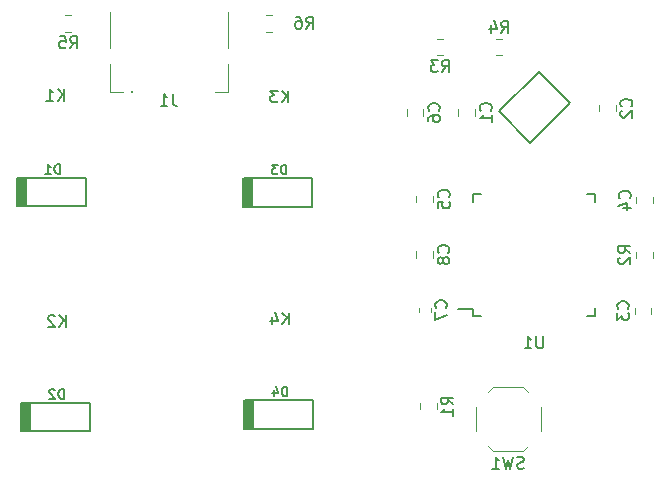
<source format=gbo>
G04 #@! TF.GenerationSoftware,KiCad,Pcbnew,(5.1.5)-3*
G04 #@! TF.CreationDate,2020-07-07T23:04:53+02:00*
G04 #@! TF.ProjectId,example,6578616d-706c-4652-9e6b-696361645f70,rev?*
G04 #@! TF.SameCoordinates,Original*
G04 #@! TF.FileFunction,Legend,Bot*
G04 #@! TF.FilePolarity,Positive*
%FSLAX46Y46*%
G04 Gerber Fmt 4.6, Leading zero omitted, Abs format (unit mm)*
G04 Created by KiCad (PCBNEW (5.1.5)-3) date 2020-07-07 23:04:53*
%MOMM*%
%LPD*%
G04 APERTURE LIST*
%ADD10C,0.120000*%
%ADD11C,0.200000*%
%ADD12C,0.150000*%
G04 APERTURE END LIST*
D10*
X186550000Y-81200000D02*
X187000000Y-80750000D01*
X189950000Y-81200000D02*
X189500000Y-80750000D01*
X189950000Y-85800000D02*
X189500000Y-86250000D01*
X186550000Y-85800000D02*
X187000000Y-86250000D01*
X191000000Y-84500000D02*
X191000000Y-82500000D01*
X187000000Y-80750000D02*
X189500000Y-80750000D01*
X185500000Y-84500000D02*
X185500000Y-82500000D01*
X187000000Y-86250000D02*
X189500000Y-86250000D01*
X184041851Y-57809330D02*
X184041851Y-57286826D01*
X185461851Y-57809330D02*
X185461851Y-57286826D01*
X197361902Y-57458189D02*
X197361902Y-56935685D01*
X195941902Y-57458189D02*
X195941902Y-56935685D01*
X198957305Y-74069153D02*
X198957305Y-74591657D01*
X200377305Y-74069153D02*
X200377305Y-74591657D01*
X200525606Y-64712140D02*
X200525606Y-65234644D01*
X199105606Y-64712140D02*
X199105606Y-65234644D01*
X181902497Y-65137864D02*
X181902497Y-64615360D01*
X180482497Y-65137864D02*
X180482497Y-64615360D01*
X179652008Y-57815664D02*
X179652008Y-57293160D01*
X181072008Y-57815664D02*
X181072008Y-57293160D01*
X180467929Y-69838014D02*
X180467929Y-69315510D01*
X181887929Y-69838014D02*
X181887929Y-69315510D01*
D11*
X152500000Y-63093750D02*
X146700000Y-63093750D01*
X152500000Y-65493750D02*
X152500000Y-63093750D01*
X146700000Y-65493750D02*
X152500000Y-65493750D01*
X146775000Y-65493750D02*
X146775000Y-63093750D01*
X146900000Y-65493750D02*
X146900000Y-63093750D01*
X146675000Y-63093750D02*
X146675000Y-65493750D01*
X147075000Y-65493750D02*
X147075000Y-63093750D01*
X147250000Y-65493750D02*
X147250000Y-63093750D01*
X147425000Y-65493750D02*
X147425000Y-63093750D01*
X147743750Y-84543750D02*
X147743750Y-82143750D01*
X147568750Y-84543750D02*
X147568750Y-82143750D01*
X147393750Y-84543750D02*
X147393750Y-82143750D01*
X146993750Y-82143750D02*
X146993750Y-84543750D01*
X147218750Y-84543750D02*
X147218750Y-82143750D01*
X147093750Y-84543750D02*
X147093750Y-82143750D01*
X147018750Y-84543750D02*
X152818750Y-84543750D01*
X152818750Y-84543750D02*
X152818750Y-82143750D01*
X152818750Y-82143750D02*
X147018750Y-82143750D01*
X166583501Y-65534521D02*
X166583501Y-63134521D01*
X166408501Y-65534521D02*
X166408501Y-63134521D01*
X166233501Y-65534521D02*
X166233501Y-63134521D01*
X165833501Y-63134521D02*
X165833501Y-65534521D01*
X166058501Y-65534521D02*
X166058501Y-63134521D01*
X165933501Y-65534521D02*
X165933501Y-63134521D01*
X165858501Y-65534521D02*
X171658501Y-65534521D01*
X171658501Y-65534521D02*
X171658501Y-63134521D01*
X171658501Y-63134521D02*
X165858501Y-63134521D01*
X171734483Y-81913504D02*
X165934483Y-81913504D01*
X171734483Y-84313504D02*
X171734483Y-81913504D01*
X165934483Y-84313504D02*
X171734483Y-84313504D01*
X166009483Y-84313504D02*
X166009483Y-81913504D01*
X166134483Y-84313504D02*
X166134483Y-81913504D01*
X165909483Y-81913504D02*
X165909483Y-84313504D01*
X166309483Y-84313504D02*
X166309483Y-81913504D01*
X166484483Y-84313504D02*
X166484483Y-81913504D01*
X166659483Y-84313504D02*
X166659483Y-81913504D01*
D10*
X180781178Y-82691620D02*
X180781178Y-82169116D01*
X182201178Y-82691620D02*
X182201178Y-82169116D01*
X199071879Y-69359369D02*
X199071879Y-69881873D01*
X200491879Y-69359369D02*
X200491879Y-69881873D01*
X182198590Y-52714914D02*
X182721094Y-52714914D01*
X182198590Y-51294914D02*
X182721094Y-51294914D01*
X187761252Y-52710000D02*
X187238748Y-52710000D01*
X187761252Y-51290000D02*
X187238748Y-51290000D01*
D12*
X185282273Y-74783954D02*
X185282273Y-74208954D01*
X195632273Y-74783954D02*
X195632273Y-74108954D01*
X195632273Y-64433954D02*
X195632273Y-65108954D01*
X185282273Y-64433954D02*
X185282273Y-65108954D01*
X185282273Y-74783954D02*
X185957273Y-74783954D01*
X185282273Y-64433954D02*
X185957273Y-64433954D01*
X195632273Y-64433954D02*
X194957273Y-64433954D01*
X195632273Y-74783954D02*
X194957273Y-74783954D01*
X185282273Y-74208954D02*
X184007273Y-74208954D01*
D11*
X187469037Y-57460481D02*
X190120688Y-60112132D01*
X190120688Y-60112132D02*
X193479445Y-56753375D01*
X193479445Y-56753375D02*
X190827794Y-54101724D01*
X190827794Y-54101724D02*
X187469037Y-57460481D01*
D10*
X181686934Y-74420928D02*
X181686934Y-74078394D01*
X180666934Y-74420928D02*
X180666934Y-74078394D01*
X164500000Y-55810000D02*
X164500000Y-53412500D01*
X164500000Y-52062500D02*
X164500000Y-49012500D01*
X154500000Y-55810000D02*
X154500000Y-53412500D01*
X154500000Y-52062500D02*
X154500000Y-49012500D01*
X156511803Y-55810000D02*
G75*
G03X156511803Y-55810000I-111803J0D01*
G01*
X154500000Y-55810000D02*
X155600000Y-55810000D01*
X163400000Y-55810000D02*
X164500000Y-55810000D01*
X150738748Y-49290000D02*
X151261252Y-49290000D01*
X150738748Y-50710000D02*
X151261252Y-50710000D01*
X168261252Y-49290000D02*
X167738748Y-49290000D01*
X168261252Y-50710000D02*
X167738748Y-50710000D01*
D12*
X189583333Y-87654761D02*
X189440476Y-87702380D01*
X189202380Y-87702380D01*
X189107142Y-87654761D01*
X189059523Y-87607142D01*
X189011904Y-87511904D01*
X189011904Y-87416666D01*
X189059523Y-87321428D01*
X189107142Y-87273809D01*
X189202380Y-87226190D01*
X189392857Y-87178571D01*
X189488095Y-87130952D01*
X189535714Y-87083333D01*
X189583333Y-86988095D01*
X189583333Y-86892857D01*
X189535714Y-86797619D01*
X189488095Y-86750000D01*
X189392857Y-86702380D01*
X189154761Y-86702380D01*
X189011904Y-86750000D01*
X188678571Y-86702380D02*
X188440476Y-87702380D01*
X188250000Y-86988095D01*
X188059523Y-87702380D01*
X187821428Y-86702380D01*
X186916666Y-87702380D02*
X187488095Y-87702380D01*
X187202380Y-87702380D02*
X187202380Y-86702380D01*
X187297619Y-86845238D01*
X187392857Y-86940476D01*
X187488095Y-86988095D01*
X186758993Y-57381411D02*
X186806612Y-57333792D01*
X186854231Y-57190935D01*
X186854231Y-57095697D01*
X186806612Y-56952839D01*
X186711374Y-56857601D01*
X186616136Y-56809982D01*
X186425660Y-56762363D01*
X186282803Y-56762363D01*
X186092327Y-56809982D01*
X185997089Y-56857601D01*
X185901851Y-56952839D01*
X185854231Y-57095697D01*
X185854231Y-57190935D01*
X185901851Y-57333792D01*
X185949470Y-57381411D01*
X186854231Y-58333792D02*
X186854231Y-57762363D01*
X186854231Y-58048078D02*
X185854231Y-58048078D01*
X185997089Y-57952839D01*
X186092327Y-57857601D01*
X186139946Y-57762363D01*
X198659044Y-57030270D02*
X198706663Y-56982651D01*
X198754282Y-56839794D01*
X198754282Y-56744556D01*
X198706663Y-56601698D01*
X198611425Y-56506460D01*
X198516187Y-56458841D01*
X198325711Y-56411222D01*
X198182854Y-56411222D01*
X197992378Y-56458841D01*
X197897140Y-56506460D01*
X197801902Y-56601698D01*
X197754282Y-56744556D01*
X197754282Y-56839794D01*
X197801902Y-56982651D01*
X197849521Y-57030270D01*
X197849521Y-57411222D02*
X197801902Y-57458841D01*
X197754282Y-57554079D01*
X197754282Y-57792175D01*
X197801902Y-57887413D01*
X197849521Y-57935032D01*
X197944759Y-57982651D01*
X198039997Y-57982651D01*
X198182854Y-57935032D01*
X198754282Y-57363603D01*
X198754282Y-57982651D01*
X198374447Y-74163738D02*
X198422066Y-74116119D01*
X198469685Y-73973262D01*
X198469685Y-73878024D01*
X198422066Y-73735166D01*
X198326828Y-73639928D01*
X198231590Y-73592309D01*
X198041114Y-73544690D01*
X197898257Y-73544690D01*
X197707781Y-73592309D01*
X197612543Y-73639928D01*
X197517305Y-73735166D01*
X197469685Y-73878024D01*
X197469685Y-73973262D01*
X197517305Y-74116119D01*
X197564924Y-74163738D01*
X197469685Y-74497071D02*
X197469685Y-75116119D01*
X197850638Y-74782785D01*
X197850638Y-74925643D01*
X197898257Y-75020881D01*
X197945876Y-75068500D01*
X198041114Y-75116119D01*
X198279209Y-75116119D01*
X198374447Y-75068500D01*
X198422066Y-75020881D01*
X198469685Y-74925643D01*
X198469685Y-74639928D01*
X198422066Y-74544690D01*
X198374447Y-74497071D01*
X198522748Y-64806725D02*
X198570367Y-64759106D01*
X198617986Y-64616249D01*
X198617986Y-64521011D01*
X198570367Y-64378153D01*
X198475129Y-64282915D01*
X198379891Y-64235296D01*
X198189415Y-64187677D01*
X198046558Y-64187677D01*
X197856082Y-64235296D01*
X197760844Y-64282915D01*
X197665606Y-64378153D01*
X197617986Y-64521011D01*
X197617986Y-64616249D01*
X197665606Y-64759106D01*
X197713225Y-64806725D01*
X197951320Y-65663868D02*
X198617986Y-65663868D01*
X197570367Y-65425772D02*
X198284653Y-65187677D01*
X198284653Y-65806725D01*
X183199639Y-64709945D02*
X183247258Y-64662326D01*
X183294877Y-64519469D01*
X183294877Y-64424231D01*
X183247258Y-64281373D01*
X183152020Y-64186135D01*
X183056782Y-64138516D01*
X182866306Y-64090897D01*
X182723449Y-64090897D01*
X182532973Y-64138516D01*
X182437735Y-64186135D01*
X182342497Y-64281373D01*
X182294877Y-64424231D01*
X182294877Y-64519469D01*
X182342497Y-64662326D01*
X182390116Y-64709945D01*
X182294877Y-65614707D02*
X182294877Y-65138516D01*
X182771068Y-65090897D01*
X182723449Y-65138516D01*
X182675830Y-65233754D01*
X182675830Y-65471850D01*
X182723449Y-65567088D01*
X182771068Y-65614707D01*
X182866306Y-65662326D01*
X183104401Y-65662326D01*
X183199639Y-65614707D01*
X183247258Y-65567088D01*
X183294877Y-65471850D01*
X183294877Y-65233754D01*
X183247258Y-65138516D01*
X183199639Y-65090897D01*
X182369150Y-57387745D02*
X182416769Y-57340126D01*
X182464388Y-57197269D01*
X182464388Y-57102031D01*
X182416769Y-56959173D01*
X182321531Y-56863935D01*
X182226293Y-56816316D01*
X182035817Y-56768697D01*
X181892960Y-56768697D01*
X181702484Y-56816316D01*
X181607246Y-56863935D01*
X181512008Y-56959173D01*
X181464388Y-57102031D01*
X181464388Y-57197269D01*
X181512008Y-57340126D01*
X181559627Y-57387745D01*
X181464388Y-58244888D02*
X181464388Y-58054412D01*
X181512008Y-57959173D01*
X181559627Y-57911554D01*
X181702484Y-57816316D01*
X181892960Y-57768697D01*
X182273912Y-57768697D01*
X182369150Y-57816316D01*
X182416769Y-57863935D01*
X182464388Y-57959173D01*
X182464388Y-58149650D01*
X182416769Y-58244888D01*
X182369150Y-58292507D01*
X182273912Y-58340126D01*
X182035817Y-58340126D01*
X181940579Y-58292507D01*
X181892960Y-58244888D01*
X181845341Y-58149650D01*
X181845341Y-57959173D01*
X181892960Y-57863935D01*
X181940579Y-57816316D01*
X182035817Y-57768697D01*
X183185071Y-69410095D02*
X183232690Y-69362476D01*
X183280309Y-69219619D01*
X183280309Y-69124381D01*
X183232690Y-68981523D01*
X183137452Y-68886285D01*
X183042214Y-68838666D01*
X182851738Y-68791047D01*
X182708881Y-68791047D01*
X182518405Y-68838666D01*
X182423167Y-68886285D01*
X182327929Y-68981523D01*
X182280309Y-69124381D01*
X182280309Y-69219619D01*
X182327929Y-69362476D01*
X182375548Y-69410095D01*
X182708881Y-69981523D02*
X182661262Y-69886285D01*
X182613643Y-69838666D01*
X182518405Y-69791047D01*
X182470786Y-69791047D01*
X182375548Y-69838666D01*
X182327929Y-69886285D01*
X182280309Y-69981523D01*
X182280309Y-70172000D01*
X182327929Y-70267238D01*
X182375548Y-70314857D01*
X182470786Y-70362476D01*
X182518405Y-70362476D01*
X182613643Y-70314857D01*
X182661262Y-70267238D01*
X182708881Y-70172000D01*
X182708881Y-69981523D01*
X182756500Y-69886285D01*
X182804119Y-69838666D01*
X182899357Y-69791047D01*
X183089833Y-69791047D01*
X183185071Y-69838666D01*
X183232690Y-69886285D01*
X183280309Y-69981523D01*
X183280309Y-70172000D01*
X183232690Y-70267238D01*
X183185071Y-70314857D01*
X183089833Y-70362476D01*
X182899357Y-70362476D01*
X182804119Y-70314857D01*
X182756500Y-70267238D01*
X182708881Y-70172000D01*
X150290476Y-62730654D02*
X150290476Y-61930654D01*
X150100000Y-61930654D01*
X149985714Y-61968750D01*
X149909523Y-62044940D01*
X149871428Y-62121130D01*
X149833333Y-62273511D01*
X149833333Y-62387797D01*
X149871428Y-62540178D01*
X149909523Y-62616369D01*
X149985714Y-62692559D01*
X150100000Y-62730654D01*
X150290476Y-62730654D01*
X149071428Y-62730654D02*
X149528571Y-62730654D01*
X149300000Y-62730654D02*
X149300000Y-61930654D01*
X149376190Y-62044940D01*
X149452380Y-62121130D01*
X149528571Y-62159226D01*
X150609226Y-81780654D02*
X150609226Y-80980654D01*
X150418750Y-80980654D01*
X150304464Y-81018750D01*
X150228273Y-81094940D01*
X150190178Y-81171130D01*
X150152083Y-81323511D01*
X150152083Y-81437797D01*
X150190178Y-81590178D01*
X150228273Y-81666369D01*
X150304464Y-81742559D01*
X150418750Y-81780654D01*
X150609226Y-81780654D01*
X149847321Y-81056845D02*
X149809226Y-81018750D01*
X149733035Y-80980654D01*
X149542559Y-80980654D01*
X149466369Y-81018750D01*
X149428273Y-81056845D01*
X149390178Y-81133035D01*
X149390178Y-81209226D01*
X149428273Y-81323511D01*
X149885416Y-81780654D01*
X149390178Y-81780654D01*
X169448977Y-62771425D02*
X169448977Y-61971425D01*
X169258501Y-61971425D01*
X169144215Y-62009521D01*
X169068024Y-62085711D01*
X169029929Y-62161901D01*
X168991834Y-62314282D01*
X168991834Y-62428568D01*
X169029929Y-62580949D01*
X169068024Y-62657140D01*
X169144215Y-62733330D01*
X169258501Y-62771425D01*
X169448977Y-62771425D01*
X168725167Y-61971425D02*
X168229929Y-61971425D01*
X168496596Y-62276187D01*
X168382310Y-62276187D01*
X168306120Y-62314282D01*
X168268024Y-62352378D01*
X168229929Y-62428568D01*
X168229929Y-62619044D01*
X168268024Y-62695235D01*
X168306120Y-62733330D01*
X168382310Y-62771425D01*
X168610881Y-62771425D01*
X168687072Y-62733330D01*
X168725167Y-62695235D01*
X169524959Y-81550408D02*
X169524959Y-80750408D01*
X169334483Y-80750408D01*
X169220197Y-80788504D01*
X169144006Y-80864694D01*
X169105911Y-80940884D01*
X169067816Y-81093265D01*
X169067816Y-81207551D01*
X169105911Y-81359932D01*
X169144006Y-81436123D01*
X169220197Y-81512313D01*
X169334483Y-81550408D01*
X169524959Y-81550408D01*
X168382102Y-81017075D02*
X168382102Y-81550408D01*
X168572578Y-80712313D02*
X168763054Y-81283742D01*
X168267816Y-81283742D01*
D11*
X150665703Y-56566789D02*
X150665703Y-55566789D01*
X150094274Y-56566789D02*
X150522846Y-55995361D01*
X150094274Y-55566789D02*
X150665703Y-56138218D01*
X149141893Y-56566789D02*
X149713322Y-56566789D01*
X149427608Y-56566789D02*
X149427608Y-55566789D01*
X149522846Y-55709647D01*
X149618084Y-55804885D01*
X149713322Y-55852504D01*
X150814120Y-75724012D02*
X150814120Y-74724012D01*
X150242691Y-75724012D02*
X150671263Y-75152584D01*
X150242691Y-74724012D02*
X150814120Y-75295441D01*
X149861739Y-74819251D02*
X149814120Y-74771632D01*
X149718882Y-74724012D01*
X149480786Y-74724012D01*
X149385548Y-74771632D01*
X149337929Y-74819251D01*
X149290310Y-74914489D01*
X149290310Y-75009727D01*
X149337929Y-75152584D01*
X149909358Y-75724012D01*
X149290310Y-75724012D01*
X169647069Y-56694610D02*
X169647069Y-55694610D01*
X169075640Y-56694610D02*
X169504212Y-56123182D01*
X169075640Y-55694610D02*
X169647069Y-56266039D01*
X168742307Y-55694610D02*
X168123259Y-55694610D01*
X168456593Y-56075563D01*
X168313735Y-56075563D01*
X168218497Y-56123182D01*
X168170878Y-56170801D01*
X168123259Y-56266039D01*
X168123259Y-56504134D01*
X168170878Y-56599372D01*
X168218497Y-56646991D01*
X168313735Y-56694610D01*
X168599450Y-56694610D01*
X168694688Y-56646991D01*
X168742307Y-56599372D01*
X169680448Y-75493935D02*
X169680448Y-74493935D01*
X169109019Y-75493935D02*
X169537591Y-74922507D01*
X169109019Y-74493935D02*
X169680448Y-75065364D01*
X168251876Y-74827269D02*
X168251876Y-75493935D01*
X168489972Y-74446316D02*
X168728067Y-75160602D01*
X168109019Y-75160602D01*
D12*
X183593558Y-82263701D02*
X183117368Y-81930368D01*
X183593558Y-81692272D02*
X182593558Y-81692272D01*
X182593558Y-82073225D01*
X182641178Y-82168463D01*
X182688797Y-82216082D01*
X182784035Y-82263701D01*
X182926892Y-82263701D01*
X183022130Y-82216082D01*
X183069749Y-82168463D01*
X183117368Y-82073225D01*
X183117368Y-81692272D01*
X183593558Y-83216082D02*
X183593558Y-82644653D01*
X183593558Y-82930368D02*
X182593558Y-82930368D01*
X182736416Y-82835129D01*
X182831654Y-82739891D01*
X182879273Y-82644653D01*
X198584259Y-69453954D02*
X198108069Y-69120621D01*
X198584259Y-68882525D02*
X197584259Y-68882525D01*
X197584259Y-69263478D01*
X197631879Y-69358716D01*
X197679498Y-69406335D01*
X197774736Y-69453954D01*
X197917593Y-69453954D01*
X198012831Y-69406335D01*
X198060450Y-69358716D01*
X198108069Y-69263478D01*
X198108069Y-68882525D01*
X197679498Y-69834906D02*
X197631879Y-69882525D01*
X197584259Y-69977763D01*
X197584259Y-70215859D01*
X197631879Y-70311097D01*
X197679498Y-70358716D01*
X197774736Y-70406335D01*
X197869974Y-70406335D01*
X198012831Y-70358716D01*
X198584259Y-69787287D01*
X198584259Y-70406335D01*
X182626508Y-54107294D02*
X182959842Y-53631104D01*
X183197937Y-54107294D02*
X183197937Y-53107294D01*
X182816984Y-53107294D01*
X182721746Y-53154914D01*
X182674127Y-53202533D01*
X182626508Y-53297771D01*
X182626508Y-53440628D01*
X182674127Y-53535866D01*
X182721746Y-53583485D01*
X182816984Y-53631104D01*
X183197937Y-53631104D01*
X182293175Y-53107294D02*
X181674127Y-53107294D01*
X182007461Y-53488247D01*
X181864603Y-53488247D01*
X181769365Y-53535866D01*
X181721746Y-53583485D01*
X181674127Y-53678723D01*
X181674127Y-53916818D01*
X181721746Y-54012056D01*
X181769365Y-54059675D01*
X181864603Y-54107294D01*
X182150318Y-54107294D01*
X182245556Y-54059675D01*
X182293175Y-54012056D01*
X187666666Y-50802380D02*
X188000000Y-50326190D01*
X188238095Y-50802380D02*
X188238095Y-49802380D01*
X187857142Y-49802380D01*
X187761904Y-49850000D01*
X187714285Y-49897619D01*
X187666666Y-49992857D01*
X187666666Y-50135714D01*
X187714285Y-50230952D01*
X187761904Y-50278571D01*
X187857142Y-50326190D01*
X188238095Y-50326190D01*
X186809523Y-50135714D02*
X186809523Y-50802380D01*
X187047619Y-49754761D02*
X187285714Y-50469047D01*
X186666666Y-50469047D01*
X191219177Y-76511334D02*
X191219177Y-77320858D01*
X191171558Y-77416096D01*
X191123939Y-77463715D01*
X191028701Y-77511334D01*
X190838225Y-77511334D01*
X190742987Y-77463715D01*
X190695368Y-77416096D01*
X190647749Y-77320858D01*
X190647749Y-76511334D01*
X189647749Y-77511334D02*
X190219177Y-77511334D01*
X189933463Y-77511334D02*
X189933463Y-76511334D01*
X190028701Y-76654192D01*
X190123939Y-76749430D01*
X190219177Y-76797049D01*
X182964076Y-74082994D02*
X183011695Y-74035375D01*
X183059314Y-73892518D01*
X183059314Y-73797280D01*
X183011695Y-73654422D01*
X182916457Y-73559184D01*
X182821219Y-73511565D01*
X182630743Y-73463946D01*
X182487886Y-73463946D01*
X182297410Y-73511565D01*
X182202172Y-73559184D01*
X182106934Y-73654422D01*
X182059314Y-73797280D01*
X182059314Y-73892518D01*
X182106934Y-74035375D01*
X182154553Y-74082994D01*
X182059314Y-74416327D02*
X182059314Y-75082994D01*
X183059314Y-74654422D01*
X159833333Y-55964880D02*
X159833333Y-56679166D01*
X159880952Y-56822023D01*
X159976190Y-56917261D01*
X160119047Y-56964880D01*
X160214285Y-56964880D01*
X158833333Y-56964880D02*
X159404761Y-56964880D01*
X159119047Y-56964880D02*
X159119047Y-55964880D01*
X159214285Y-56107738D01*
X159309523Y-56202976D01*
X159404761Y-56250595D01*
X151166666Y-52102380D02*
X151500000Y-51626190D01*
X151738095Y-52102380D02*
X151738095Y-51102380D01*
X151357142Y-51102380D01*
X151261904Y-51150000D01*
X151214285Y-51197619D01*
X151166666Y-51292857D01*
X151166666Y-51435714D01*
X151214285Y-51530952D01*
X151261904Y-51578571D01*
X151357142Y-51626190D01*
X151738095Y-51626190D01*
X150261904Y-51102380D02*
X150738095Y-51102380D01*
X150785714Y-51578571D01*
X150738095Y-51530952D01*
X150642857Y-51483333D01*
X150404761Y-51483333D01*
X150309523Y-51530952D01*
X150261904Y-51578571D01*
X150214285Y-51673809D01*
X150214285Y-51911904D01*
X150261904Y-52007142D01*
X150309523Y-52054761D01*
X150404761Y-52102380D01*
X150642857Y-52102380D01*
X150738095Y-52054761D01*
X150785714Y-52007142D01*
X171166666Y-50452380D02*
X171500000Y-49976190D01*
X171738095Y-50452380D02*
X171738095Y-49452380D01*
X171357142Y-49452380D01*
X171261904Y-49500000D01*
X171214285Y-49547619D01*
X171166666Y-49642857D01*
X171166666Y-49785714D01*
X171214285Y-49880952D01*
X171261904Y-49928571D01*
X171357142Y-49976190D01*
X171738095Y-49976190D01*
X170309523Y-49452380D02*
X170500000Y-49452380D01*
X170595238Y-49500000D01*
X170642857Y-49547619D01*
X170738095Y-49690476D01*
X170785714Y-49880952D01*
X170785714Y-50261904D01*
X170738095Y-50357142D01*
X170690476Y-50404761D01*
X170595238Y-50452380D01*
X170404761Y-50452380D01*
X170309523Y-50404761D01*
X170261904Y-50357142D01*
X170214285Y-50261904D01*
X170214285Y-50023809D01*
X170261904Y-49928571D01*
X170309523Y-49880952D01*
X170404761Y-49833333D01*
X170595238Y-49833333D01*
X170690476Y-49880952D01*
X170738095Y-49928571D01*
X170785714Y-50023809D01*
M02*

</source>
